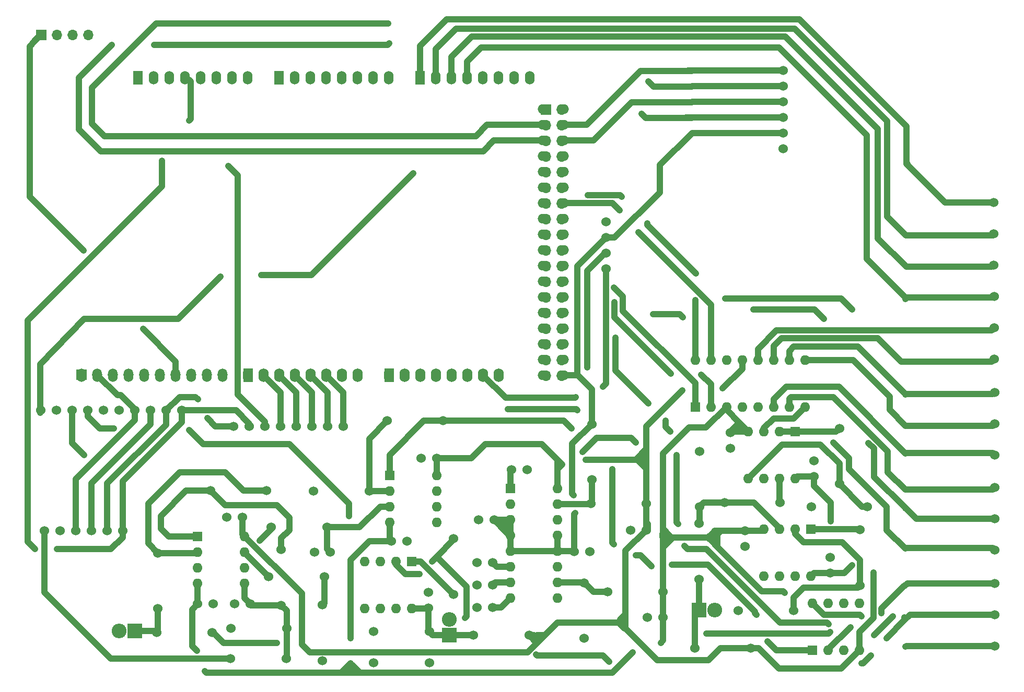
<source format=gbr>
G04 #@! TF.FileFunction,Copper,L2,Bot,Signal*
%FSLAX46Y46*%
G04 Gerber Fmt 4.6, Leading zero omitted, Abs format (unit mm)*
G04 Created by KiCad (PCBNEW 4.0.7) date 05/29/18 17:51:41*
%MOMM*%
%LPD*%
G01*
G04 APERTURE LIST*
%ADD10C,0.100000*%
%ADD11O,1.524000X2.199640*%
%ADD12O,1.524000X2.197100*%
%ADD13O,1.998980X1.539240*%
%ADD14O,1.998980X1.536700*%
%ADD15R,1.700000X1.700000*%
%ADD16O,1.700000X1.700000*%
%ADD17R,1.524000X2.199640*%
%ADD18C,1.524000*%
%ADD19R,2.400000X2.400000*%
%ADD20O,2.400000X2.400000*%
%ADD21R,1.600000X1.600000*%
%ADD22O,1.600000X1.600000*%
%ADD23C,0.600000*%
%ADD24C,1.000000*%
G04 APERTURE END LIST*
D10*
D11*
X71019200Y-61748800D03*
X73559200Y-61748800D03*
X76099200Y-61748800D03*
X78639200Y-61748800D03*
X81179200Y-61748800D03*
X83719200Y-61748800D03*
X86259200Y-61748800D03*
X88799200Y-61748800D03*
X93879200Y-61748800D03*
X96419200Y-61748800D03*
X98959200Y-61748800D03*
X101499200Y-61748800D03*
X104039200Y-61748800D03*
X106579200Y-61748800D03*
X109119200Y-61748800D03*
X111659200Y-61748800D03*
X116739200Y-61748800D03*
X119279200Y-61748800D03*
X121819200Y-61748800D03*
D12*
X124359200Y-61748800D03*
X126899200Y-61748800D03*
X129439200Y-61748800D03*
X131979200Y-61748800D03*
X134519200Y-61748800D03*
D13*
X136810280Y-66828800D03*
X136810280Y-69368800D03*
X136810280Y-71908800D03*
X136810280Y-74448800D03*
X136810280Y-76988800D03*
X136810280Y-79528800D03*
X136810280Y-82068800D03*
X136810280Y-84608800D03*
X136810280Y-87148800D03*
X136810280Y-89688800D03*
X136810280Y-92228800D03*
X136810280Y-94768800D03*
X136810280Y-97308800D03*
X136810280Y-99848800D03*
X136810280Y-102388800D03*
X136810280Y-104928800D03*
X136810280Y-107468800D03*
X136810280Y-110008800D03*
D14*
X139845580Y-66828800D03*
X139845580Y-69368800D03*
X139845580Y-71908800D03*
X139845580Y-74448800D03*
X139845580Y-76988800D03*
X139845580Y-79528800D03*
X139845580Y-82068800D03*
X139845580Y-84608800D03*
X139845580Y-87148800D03*
X139845580Y-89688800D03*
X139845580Y-92228800D03*
X139845580Y-94768800D03*
X139845580Y-97308800D03*
X139845580Y-99848800D03*
X139845580Y-102388800D03*
X139845580Y-104928800D03*
X139845580Y-107468800D03*
X139845580Y-110008800D03*
D12*
X129439200Y-110008800D03*
X126899200Y-110008800D03*
X124359200Y-110008800D03*
X121819200Y-110008800D03*
X119279200Y-110008800D03*
X116739200Y-110008800D03*
X114199200Y-110008800D03*
X111659200Y-110008800D03*
X106579200Y-110008800D03*
X104039200Y-110008800D03*
X101499200Y-110008800D03*
X98959200Y-110008800D03*
X96419200Y-110008800D03*
X93879200Y-110008800D03*
X91339200Y-110008800D03*
X88799200Y-110008800D03*
X84735200Y-110008800D03*
X82195200Y-110008800D03*
X79655200Y-110008800D03*
X77115200Y-110008800D03*
X74575200Y-110008800D03*
X72035200Y-110008800D03*
X69495200Y-110008800D03*
X66955200Y-110008800D03*
X64415200Y-110008800D03*
X61875200Y-110008800D03*
D15*
X61870000Y-109970000D03*
D16*
X64410000Y-109970000D03*
X66950000Y-109970000D03*
X69490000Y-109970000D03*
X72030000Y-109970000D03*
X74570000Y-109970000D03*
X77110000Y-109970000D03*
X79650000Y-109970000D03*
X82190000Y-109970000D03*
X84730000Y-109970000D03*
D17*
X88809200Y-109998800D03*
D11*
X91349200Y-109998800D03*
X93889200Y-109998800D03*
X96429200Y-109998800D03*
X98969200Y-109998800D03*
X101509200Y-109998800D03*
X104049200Y-109998800D03*
X106589200Y-109998800D03*
D17*
X111669200Y-110008800D03*
D11*
X114209200Y-110008800D03*
X116749200Y-110008800D03*
X119289200Y-110008800D03*
X121829200Y-110008800D03*
X124369200Y-110008800D03*
X126909200Y-110008800D03*
X129449200Y-110008800D03*
D15*
X137079200Y-66898800D03*
D16*
X139619200Y-66898800D03*
X137079200Y-69438800D03*
X139619200Y-69438800D03*
X137079200Y-71978800D03*
X139619200Y-71978800D03*
X137079200Y-74518800D03*
X139619200Y-74518800D03*
X137079200Y-77058800D03*
X139619200Y-77058800D03*
X137079200Y-79598800D03*
X139619200Y-79598800D03*
X137079200Y-82138800D03*
X139619200Y-82138800D03*
X137079200Y-84678800D03*
X139619200Y-84678800D03*
X137079200Y-87218800D03*
X139619200Y-87218800D03*
X137079200Y-89758800D03*
X139619200Y-89758800D03*
X137079200Y-92298800D03*
X139619200Y-92298800D03*
X137079200Y-94838800D03*
X139619200Y-94838800D03*
X137079200Y-97378800D03*
X139619200Y-97378800D03*
X137079200Y-99918800D03*
X139619200Y-99918800D03*
X137079200Y-102458800D03*
X139619200Y-102458800D03*
X137079200Y-104998800D03*
X139619200Y-104998800D03*
X137079200Y-107538800D03*
X139619200Y-107538800D03*
X137079200Y-110078800D03*
X139619200Y-110078800D03*
D17*
X93879200Y-61748800D03*
D11*
X96419200Y-61748800D03*
X98959200Y-61748800D03*
X101499200Y-61748800D03*
X104039200Y-61748800D03*
X106579200Y-61748800D03*
X109119200Y-61748800D03*
X111659200Y-61748800D03*
D17*
X116739200Y-61748800D03*
D11*
X119279200Y-61748800D03*
X121819200Y-61748800D03*
X124359200Y-61748800D03*
X126899200Y-61748800D03*
X129439200Y-61748800D03*
X131979200Y-61748800D03*
X134519200Y-61748800D03*
D17*
X71019200Y-61748800D03*
D11*
X73559200Y-61748800D03*
X76099200Y-61748800D03*
X78639200Y-61748800D03*
X81179200Y-61748800D03*
X83719200Y-61748800D03*
X86259200Y-61748800D03*
X88799200Y-61748800D03*
D18*
X146862800Y-85170100D03*
X146862800Y-87710100D03*
X146862800Y-90250100D03*
X146862800Y-92790100D03*
X175560000Y-60540000D03*
X175560000Y-63080000D03*
X175560000Y-65620000D03*
X175560000Y-68160000D03*
X175560000Y-70700000D03*
X175560000Y-73240000D03*
X86500000Y-118310000D03*
X89040000Y-118310000D03*
X91580000Y-118310000D03*
X94120000Y-118310000D03*
X96660000Y-118310000D03*
X99200000Y-118310000D03*
X101740000Y-118310000D03*
X104280000Y-118310000D03*
D19*
X161890000Y-148090000D03*
D20*
X164430000Y-148090000D03*
D19*
X70520000Y-151550000D03*
D20*
X67980000Y-151550000D03*
D19*
X121412000Y-152146000D03*
D20*
X121412000Y-149606000D03*
D18*
X209690000Y-81960000D03*
X209690000Y-87040000D03*
X209690000Y-92120000D03*
X209740000Y-97280000D03*
X209740000Y-102360000D03*
X209740000Y-107440000D03*
X209800000Y-112810000D03*
X209800000Y-117890000D03*
X209800000Y-122970000D03*
X209850000Y-128230000D03*
X209850000Y-133310000D03*
X209850000Y-138390000D03*
X161900000Y-134110000D03*
X161900000Y-143110000D03*
X162010000Y-122370000D03*
X162010000Y-131370000D03*
X177240000Y-148190000D03*
X168240000Y-148190000D03*
X187990000Y-135110000D03*
X187990000Y-144110000D03*
X83040000Y-151730000D03*
X74040000Y-151730000D03*
X74220000Y-138860000D03*
X74220000Y-147860000D03*
X82788000Y-128738000D03*
X91788000Y-128738000D03*
X95012000Y-155996000D03*
X86012000Y-155996000D03*
X86090000Y-151090000D03*
X95090000Y-151090000D03*
X94194000Y-147336000D03*
X94194000Y-138336000D03*
X100878000Y-147304000D03*
X100878000Y-156304000D03*
X92186000Y-142708000D03*
X101186000Y-142708000D03*
X101616000Y-134660000D03*
X92616000Y-134660000D03*
X108474000Y-128818000D03*
X99474000Y-128818000D03*
X120412000Y-117388000D03*
X111412000Y-117388000D03*
X134382000Y-152186000D03*
X125382000Y-152186000D03*
X109204000Y-151598000D03*
X118204000Y-151598000D03*
X109204000Y-156678000D03*
X118204000Y-156678000D03*
X122134000Y-145558000D03*
X122134000Y-136558000D03*
D21*
X161290000Y-115189000D03*
D22*
X179070000Y-107569000D03*
X163830000Y-115189000D03*
X176530000Y-107569000D03*
X166370000Y-115189000D03*
X173990000Y-107569000D03*
X168910000Y-115189000D03*
X171450000Y-107569000D03*
X171450000Y-115189000D03*
X168910000Y-107569000D03*
X173990000Y-115189000D03*
X166370000Y-107569000D03*
X176530000Y-115189000D03*
X163830000Y-107569000D03*
X179070000Y-115189000D03*
X161290000Y-107569000D03*
D18*
X55231540Y-115721640D03*
X57771540Y-115721640D03*
X60311540Y-115721640D03*
X62851540Y-115721640D03*
X65391540Y-115721640D03*
X67931540Y-115721640D03*
X70471540Y-115721640D03*
X73011540Y-115721640D03*
X75551540Y-115721640D03*
X78091540Y-115721640D03*
D21*
X131318000Y-128422400D03*
D22*
X138938000Y-146202400D03*
X131318000Y-130962400D03*
X138938000Y-143662400D03*
X131318000Y-133502400D03*
X138938000Y-141122400D03*
X131318000Y-136042400D03*
X138938000Y-138582400D03*
X131318000Y-138582400D03*
X138938000Y-136042400D03*
X131318000Y-141122400D03*
X138938000Y-133502400D03*
X131318000Y-143662400D03*
X138938000Y-130962400D03*
X131318000Y-146202400D03*
X138938000Y-128422400D03*
D18*
X131495800Y-125361700D03*
X134035800Y-125361700D03*
X128689100Y-133489700D03*
X126149100Y-133489700D03*
X128460500Y-140423900D03*
X125920500Y-140423900D03*
X128498600Y-144043400D03*
X125958600Y-144043400D03*
X128498600Y-147662900D03*
X125958600Y-147662900D03*
X167015160Y-121899680D03*
X167015160Y-119359680D03*
X180512720Y-123936760D03*
X180512720Y-126476760D03*
X141696440Y-138623040D03*
X144236440Y-138623040D03*
X156083000Y-149326600D03*
X153543000Y-149326600D03*
X153377900Y-135128000D03*
X150837900Y-135128000D03*
X183170000Y-139570000D03*
X183170000Y-142110000D03*
X169370000Y-137800000D03*
X169370000Y-135260000D03*
X83167540Y-147136000D03*
X80627540Y-147136000D03*
X85420520Y-133079640D03*
X87960520Y-133079640D03*
X86614000Y-147066000D03*
X89154000Y-147066000D03*
X99568000Y-138684000D03*
X102108000Y-138684000D03*
X116840000Y-123444000D03*
X119380000Y-123444000D03*
X114554000Y-136906000D03*
X112014000Y-136906000D03*
X118061740Y-145272760D03*
X118061740Y-147812760D03*
X153381200Y-130811900D03*
X144381200Y-130811900D03*
X147062700Y-145184500D03*
X156062700Y-145184500D03*
X144520280Y-117956840D03*
X144520280Y-126956840D03*
X143318860Y-143717520D03*
X143318860Y-152717520D03*
X184656100Y-127625600D03*
X184656100Y-118625600D03*
X189160000Y-131330000D03*
X180160000Y-131330000D03*
X161260000Y-154330000D03*
X170260000Y-154330000D03*
X166049200Y-130706500D03*
X175049200Y-130706500D03*
D21*
X177535840Y-119146320D03*
D22*
X169915840Y-126766320D03*
X174995840Y-119146320D03*
X172455840Y-126766320D03*
X172455840Y-119146320D03*
X174995840Y-126766320D03*
X169915840Y-119146320D03*
X177535840Y-126766320D03*
D21*
X180000000Y-135000000D03*
D22*
X172380000Y-142620000D03*
X177460000Y-135000000D03*
X174920000Y-142620000D03*
X174920000Y-135000000D03*
X177460000Y-142620000D03*
X172380000Y-135000000D03*
X180000000Y-142620000D03*
D21*
X80637700Y-136168280D03*
D22*
X88257700Y-143788280D03*
X80637700Y-138708280D03*
X88257700Y-141248280D03*
X80637700Y-141248280D03*
X88257700Y-138708280D03*
X80637700Y-143788280D03*
X88257700Y-136168280D03*
D21*
X111760000Y-126238000D03*
D22*
X119380000Y-133858000D03*
X111760000Y-128778000D03*
X119380000Y-131318000D03*
X111760000Y-131318000D03*
X119380000Y-128778000D03*
X111760000Y-133858000D03*
X119380000Y-126238000D03*
D21*
X115316000Y-140208000D03*
D22*
X107696000Y-147828000D03*
X112776000Y-140208000D03*
X110236000Y-147828000D03*
X110236000Y-140208000D03*
X112776000Y-147828000D03*
X107696000Y-140208000D03*
X115316000Y-147828000D03*
D18*
X55840000Y-135261100D03*
X58380000Y-135261100D03*
X60920000Y-135261100D03*
X63460000Y-135261100D03*
X66000000Y-135261100D03*
X68540000Y-135261100D03*
D21*
X180319680Y-154614880D03*
D22*
X187939680Y-146994880D03*
X182859680Y-154614880D03*
X185399680Y-146994880D03*
X185399680Y-154614880D03*
X182859680Y-146994880D03*
X187939680Y-154614880D03*
X180319680Y-146994880D03*
D18*
X209850000Y-143770000D03*
X209850000Y-148850000D03*
X209850000Y-153930000D03*
D15*
X55320000Y-54820000D03*
D16*
X57860000Y-54820000D03*
X60400000Y-54820000D03*
X62940000Y-54820000D03*
D23*
X85600000Y-76070000D03*
X79250000Y-68710000D03*
X74853800Y-75209400D03*
X54315360Y-138247120D03*
X57891680Y-138247120D03*
X183134000Y-151638000D03*
X163068000Y-151892000D03*
X141599920Y-129473960D03*
X141823440Y-132379720D03*
X153670000Y-62318900D03*
X111506000Y-52920900D03*
X66725800Y-56388000D03*
X73583800Y-56388000D03*
X111683800Y-56134000D03*
X152577800Y-67564000D03*
X149085300Y-83299300D03*
X152107900Y-86855300D03*
X143891000Y-80818798D03*
X149367240Y-81026000D03*
X153502360Y-85384640D03*
X161437320Y-93543120D03*
X161300195Y-97815365D03*
X148112802Y-95778320D03*
X148336000Y-103886000D03*
X153670000Y-114554000D03*
X156464000Y-117348000D03*
X157226000Y-119126000D03*
X158242000Y-122936000D03*
X158496000Y-134112000D03*
X159512000Y-137668000D03*
X182880000Y-150368000D03*
X130926840Y-115503960D03*
X142214600Y-115727480D03*
X146349720Y-111927640D03*
X143835120Y-108742480D03*
X141935200Y-113548160D03*
X190246000Y-152146000D03*
X193294000Y-149098000D03*
X80700000Y-113920000D03*
X82220000Y-116971642D03*
X175768000Y-145288000D03*
X105410000Y-156718000D03*
X105410000Y-152654000D03*
X81788000Y-157988000D03*
X80518000Y-154745998D03*
X151130000Y-154940000D03*
X155702000Y-153416000D03*
X143510000Y-123698000D03*
X139700000Y-124460000D03*
X97536000Y-153416000D03*
X93472000Y-153416000D03*
X183220000Y-133749998D03*
X186730000Y-140860000D03*
X190230000Y-142000000D03*
X165768020Y-112151160D03*
X159174180Y-112486440D03*
X189374815Y-121013185D03*
X186690000Y-99314000D03*
X166116000Y-97536000D03*
X159258000Y-100584000D03*
X154432000Y-100076000D03*
X84328000Y-93980000D03*
X90932000Y-93726000D03*
X115570000Y-77216000D03*
X170688000Y-99314000D03*
X182118000Y-100838000D03*
X183642000Y-120904000D03*
X188214000Y-149098000D03*
X191480002Y-148590000D03*
X192278000Y-152654000D03*
X189738000Y-155448000D03*
X188214000Y-156718000D03*
X147320000Y-156464000D03*
X135503885Y-155315885D03*
X123952000Y-149352000D03*
X116586000Y-142240000D03*
X118618000Y-140208000D03*
X186436000Y-150876000D03*
X151638000Y-120904000D03*
X143002000Y-122428000D03*
X62230000Y-122936000D03*
X90720595Y-136863405D03*
X141224000Y-118618000D03*
X147828000Y-125222000D03*
X148082000Y-137414000D03*
X151638000Y-139192000D03*
X154178000Y-140970000D03*
X157480000Y-140716000D03*
X171196000Y-148844000D03*
X172974000Y-153162000D03*
X105156000Y-132842000D03*
X79248000Y-118872000D03*
X67056000Y-118618000D03*
X71820000Y-102530000D03*
X62210000Y-89790000D03*
X148220000Y-98290000D03*
X162275520Y-109915960D03*
X157358080Y-109804200D03*
D24*
X78639200Y-61748800D02*
X78888800Y-61748800D01*
X78888800Y-61748800D02*
X79500000Y-62360000D01*
X91580000Y-118310000D02*
X91580000Y-117600000D01*
X91580000Y-117600000D02*
X87120000Y-113140000D01*
X87120000Y-113140000D02*
X87120000Y-77590000D01*
X87120000Y-77590000D02*
X85600000Y-76070000D01*
X79250000Y-68710000D02*
X79500000Y-68460000D01*
X79500000Y-68460000D02*
X79500000Y-62360000D01*
X175560000Y-70700000D02*
X160812760Y-70700000D01*
X155569920Y-80355440D02*
X155569920Y-75942840D01*
X148215260Y-87710100D02*
X155569920Y-80355440D01*
X148215260Y-87710100D02*
X146862800Y-87710100D01*
X155569920Y-75942840D02*
X160696280Y-70816480D01*
X160812760Y-70700000D02*
X160696280Y-70816480D01*
X68540000Y-135261100D02*
X68540000Y-136316080D01*
X74853800Y-79364840D02*
X74853800Y-75209400D01*
X53086000Y-101132640D02*
X74853800Y-79364840D01*
X53086000Y-137017760D02*
X53086000Y-101132640D01*
X54315360Y-138247120D02*
X53086000Y-137017760D01*
X66608960Y-138247120D02*
X57891680Y-138247120D01*
X68540000Y-136316080D02*
X66608960Y-138247120D01*
X118061740Y-147812760D02*
X118061740Y-151455740D01*
X118061740Y-151455740D02*
X118204000Y-151598000D01*
X115316000Y-147828000D02*
X118046500Y-147828000D01*
X118046500Y-147828000D02*
X118061740Y-147812760D01*
X183134000Y-151638000D02*
X182880000Y-151892000D01*
X182880000Y-151892000D02*
X163068000Y-151892000D01*
X138938000Y-138582400D02*
X131318000Y-138582400D01*
X68540000Y-135261100D02*
X68540000Y-127210000D01*
X78091540Y-117658460D02*
X78091540Y-115721640D01*
X68540000Y-127210000D02*
X78091540Y-117658460D01*
X89040000Y-118310000D02*
X89040000Y-117870000D01*
X89040000Y-117870000D02*
X86891640Y-115721640D01*
X86891640Y-115721640D02*
X78091540Y-115721640D01*
X139599200Y-110008800D02*
X141860400Y-110008800D01*
X142214600Y-92358300D02*
X146862800Y-87710100D01*
X142214600Y-109654600D02*
X142214600Y-92358300D01*
X141860400Y-110008800D02*
X142214600Y-109654600D01*
X144520280Y-117956840D02*
X144520280Y-112277520D01*
X142251560Y-110008800D02*
X139599200Y-110008800D01*
X144520280Y-112277520D02*
X142251560Y-110008800D01*
X141696440Y-138623040D02*
X141696440Y-132506720D01*
X141376400Y-121100720D02*
X144520280Y-117956840D01*
X141376400Y-129250440D02*
X141376400Y-121100720D01*
X141599920Y-129473960D02*
X141376400Y-129250440D01*
X141696440Y-132506720D02*
X141823440Y-132379720D01*
X138938000Y-138582400D02*
X138938000Y-136042400D01*
X138938000Y-138582400D02*
X141655800Y-138582400D01*
X141655800Y-138582400D02*
X141696440Y-138623040D01*
X131318000Y-136042400D02*
X131318000Y-138582400D01*
X130705860Y-135506460D02*
X130705860Y-134393940D01*
X130705860Y-134393940D02*
X129801620Y-133489700D01*
X131318000Y-136042400D02*
X131241800Y-136042400D01*
X131241800Y-136042400D02*
X130705860Y-135506460D01*
X130705860Y-135506460D02*
X128689100Y-133489700D01*
X131318000Y-136042400D02*
X131318000Y-133502400D01*
X128689100Y-133489700D02*
X129801620Y-133489700D01*
X129801620Y-133489700D02*
X131305300Y-133489700D01*
X131305300Y-133489700D02*
X131318000Y-133502400D01*
X121412000Y-152146000D02*
X118752000Y-152146000D01*
X118752000Y-152146000D02*
X118204000Y-151598000D01*
X125382000Y-152186000D02*
X121452000Y-152186000D01*
X121452000Y-152186000D02*
X121412000Y-152146000D01*
X209690000Y-81960000D02*
X201760000Y-81960000D01*
X195520000Y-75380000D02*
X195491600Y-75380000D01*
X195520000Y-75720000D02*
X195520000Y-75380000D01*
X201760000Y-81960000D02*
X195520000Y-75720000D01*
X116739200Y-61748800D02*
X116739200Y-56577700D01*
X195491600Y-69596500D02*
X195491600Y-75380000D01*
X195491600Y-75380000D02*
X195880000Y-76080000D01*
X178181000Y-52285900D02*
X195491600Y-69596500D01*
X121031000Y-52285900D02*
X178181000Y-52285900D01*
X116739200Y-56577700D02*
X121031000Y-52285900D01*
X195467450Y-87332550D02*
X209397450Y-87332550D01*
X209397450Y-87332550D02*
X209690000Y-87040000D01*
X119279200Y-57085700D02*
X122555000Y-53809900D01*
X122555000Y-53809900D02*
X177419000Y-53809900D01*
X177419000Y-53809900D02*
X192405000Y-68795900D01*
X192405000Y-68795900D02*
X192405000Y-84270100D01*
X192405000Y-84270100D02*
X195467450Y-87332550D01*
X195467450Y-87332550D02*
X195491600Y-87356700D01*
X119279200Y-57085700D02*
X119279200Y-61748800D01*
X209373300Y-92436700D02*
X195491600Y-92436700D01*
X121819200Y-58355700D02*
X125095000Y-55079900D01*
X125095000Y-55079900D02*
X175895000Y-55079900D01*
X175895000Y-55079900D02*
X190881000Y-70065900D01*
X190881000Y-70065900D02*
X190881000Y-87826100D01*
X190881000Y-87826100D02*
X195491600Y-92436700D01*
X121819200Y-58355700D02*
X121819200Y-61748800D01*
X209373300Y-92436700D02*
X209690000Y-92120000D01*
X195379840Y-97424740D02*
X209595260Y-97424740D01*
X209595260Y-97424740D02*
X209740000Y-97280000D01*
X124359200Y-61748800D02*
X124359200Y-59117700D01*
X189103000Y-91147900D02*
X195379840Y-97424740D01*
X189103000Y-71081900D02*
X189103000Y-91147900D01*
X174879000Y-56857900D02*
X189103000Y-71081900D01*
X126619000Y-56857900D02*
X174879000Y-56857900D01*
X124359200Y-59117700D02*
X126619000Y-56857900D01*
X195379840Y-97424740D02*
X195379840Y-97666560D01*
X175560000Y-63080000D02*
X160812760Y-63080000D01*
X154547580Y-63196480D02*
X153670000Y-62318900D01*
X111506000Y-52920900D02*
X73914000Y-52920900D01*
X73914000Y-52920900D02*
X63500000Y-63334900D01*
X63500000Y-63334900D02*
X63500000Y-69176900D01*
X63500000Y-69176900D02*
X65532000Y-71208900D01*
X65532000Y-71208900D02*
X125730000Y-71208900D01*
X125730000Y-71208900D02*
X127570100Y-69368800D01*
X127570100Y-69368800D02*
X137059200Y-69368800D01*
X160696280Y-63196480D02*
X154547580Y-63196480D01*
X160812760Y-63080000D02*
X160696280Y-63196480D01*
X175560000Y-68160000D02*
X159812960Y-68160000D01*
X159812960Y-68160000D02*
X159696480Y-68276480D01*
X160696280Y-68276480D02*
X159696480Y-68276480D01*
X159696480Y-68276480D02*
X153290280Y-68276480D01*
X128675000Y-71908800D02*
X137059200Y-71908800D01*
X126923800Y-73660000D02*
X128675000Y-71908800D01*
X64947800Y-73660000D02*
X126923800Y-73660000D01*
X61391800Y-70104000D02*
X64947800Y-73660000D01*
X61391800Y-61722000D02*
X61391800Y-70104000D01*
X66725800Y-56388000D02*
X61391800Y-61722000D01*
X111429800Y-56388000D02*
X73583800Y-56388000D01*
X111683800Y-56134000D02*
X111429800Y-56388000D01*
X153290280Y-68276480D02*
X152577800Y-67564000D01*
X175560000Y-60540000D02*
X160130000Y-60540000D01*
X160130000Y-60540000D02*
X160013520Y-60656480D01*
X160696280Y-60656480D02*
X160013520Y-60656480D01*
X160013520Y-60656480D02*
X152436820Y-60656480D01*
X143724500Y-69368800D02*
X139599200Y-69368800D01*
X152436820Y-60656480D02*
X143724500Y-69368800D01*
X139659200Y-69428800D02*
X139599200Y-69368800D01*
X139899200Y-69668800D02*
X139599200Y-69368800D01*
X175560000Y-65620000D02*
X160812760Y-65620000D01*
X151022040Y-65736480D02*
X144849720Y-71908800D01*
X144849720Y-71908800D02*
X139599200Y-71908800D01*
X160696280Y-65736480D02*
X151022040Y-65736480D01*
X160812760Y-65620000D02*
X160696280Y-65736480D01*
X139619200Y-71978800D02*
X139599200Y-71908800D01*
X163830000Y-107569000D02*
X163830000Y-98577400D01*
X147854800Y-82068800D02*
X139599200Y-82068800D01*
X149085300Y-83299300D02*
X147854800Y-82068800D01*
X163830000Y-98577400D02*
X152107900Y-86855300D01*
X161290000Y-107569000D02*
X161290000Y-97825560D01*
X149160038Y-80818798D02*
X143891000Y-80818798D01*
X149367240Y-81026000D02*
X149160038Y-80818798D01*
X153502360Y-85608160D02*
X153502360Y-85384640D01*
X161437320Y-93543120D02*
X153502360Y-85608160D01*
X161290000Y-97825560D02*
X161300195Y-97815365D01*
X161290000Y-115189000D02*
X161290000Y-111333280D01*
X149534880Y-97200398D02*
X148112802Y-95778320D01*
X149534880Y-99578160D02*
X149534880Y-97200398D01*
X161290000Y-111333280D02*
X149534880Y-99578160D01*
X148336000Y-109220000D02*
X148336000Y-103886000D01*
X153670000Y-114554000D02*
X148336000Y-109220000D01*
X156464000Y-118364000D02*
X156464000Y-117348000D01*
X157226000Y-119126000D02*
X156464000Y-118364000D01*
X158242000Y-133858000D02*
X158242000Y-122936000D01*
X158496000Y-134112000D02*
X158242000Y-133858000D01*
X160020000Y-138176000D02*
X159512000Y-137668000D01*
X163068000Y-138176000D02*
X160020000Y-138176000D01*
X175006000Y-150114000D02*
X163068000Y-138176000D01*
X182626000Y-150114000D02*
X175006000Y-150114000D01*
X182880000Y-150368000D02*
X182626000Y-150114000D01*
X63460000Y-135261100D02*
X63460000Y-127540000D01*
X73011540Y-117988460D02*
X73011540Y-115721640D01*
X63460000Y-127540000D02*
X73011540Y-117988460D01*
X146862800Y-92790100D02*
X146862800Y-111414560D01*
X141991080Y-115503960D02*
X130926840Y-115503960D01*
X142214600Y-115727480D02*
X141991080Y-115503960D01*
X146862800Y-111414560D02*
X146349720Y-111927640D01*
X60920000Y-135261100D02*
X60920000Y-126840000D01*
X70471540Y-117288460D02*
X70471540Y-115721640D01*
X60920000Y-126840000D02*
X70471540Y-117288460D01*
X70471540Y-115721640D02*
X70471540Y-115511540D01*
X70471540Y-115511540D02*
X68230000Y-113270000D01*
X68230000Y-113270000D02*
X67676400Y-113270000D01*
X67676400Y-113270000D02*
X64415200Y-110008800D01*
X146862800Y-90250100D02*
X146681100Y-90250100D01*
X146681100Y-90250100D02*
X143835120Y-93096080D01*
X143835120Y-93096080D02*
X143835120Y-108742480D01*
X141935200Y-113548160D02*
X141823440Y-113659920D01*
X141823440Y-113659920D02*
X130550320Y-113659920D01*
X130550320Y-113659920D02*
X126899200Y-110008800D01*
X101740000Y-118310000D02*
X101740000Y-112789600D01*
X101740000Y-112789600D02*
X98959200Y-110008800D01*
X99200000Y-118310000D02*
X99200000Y-112789600D01*
X99200000Y-112789600D02*
X96419200Y-110008800D01*
X96660000Y-118310000D02*
X96660000Y-112789600D01*
X96660000Y-112789600D02*
X93879200Y-110008800D01*
X94120000Y-118310000D02*
X94120000Y-112789600D01*
X94120000Y-112789600D02*
X91339200Y-110008800D01*
X190246000Y-152146000D02*
X193294000Y-149098000D01*
X86500000Y-118310000D02*
X83558358Y-118310000D01*
X77733180Y-113540000D02*
X75551540Y-115721640D01*
X80320000Y-113540000D02*
X77733180Y-113540000D01*
X80700000Y-113920000D02*
X80320000Y-113540000D01*
X83558358Y-118310000D02*
X82220000Y-116971642D01*
X75551540Y-115721640D02*
X75551540Y-118028460D01*
X66000000Y-127580000D02*
X66000000Y-135261100D01*
X75551540Y-118028460D02*
X66000000Y-127580000D01*
X131318000Y-128422400D02*
X131318000Y-125539500D01*
X131318000Y-125539500D02*
X131495800Y-125361700D01*
X131318000Y-141122400D02*
X129159000Y-141122400D01*
X129159000Y-141122400D02*
X128460500Y-140423900D01*
X131318000Y-143662400D02*
X128879600Y-143662400D01*
X128879600Y-143662400D02*
X128498600Y-144043400D01*
X128498600Y-147662900D02*
X129857500Y-147662900D01*
X129857500Y-147662900D02*
X131318000Y-146202400D01*
X164904000Y-137864000D02*
X164904000Y-135832000D01*
X164465000Y-136271000D02*
X164465000Y-137425000D01*
X164592000Y-136906000D02*
X164094000Y-136906000D01*
X164592000Y-137298000D02*
X164592000Y-136906000D01*
X164465000Y-137425000D02*
X164592000Y-137298000D01*
X165608000Y-135260000D02*
X165476000Y-135260000D01*
X165476000Y-135260000D02*
X164904000Y-135832000D01*
X164904000Y-135832000D02*
X164465000Y-136271000D01*
X164465000Y-136271000D02*
X164094000Y-136642000D01*
X164094000Y-135646000D02*
X164094000Y-136642000D01*
X164094000Y-136642000D02*
X164094000Y-136906000D01*
X164094000Y-136906000D02*
X164094000Y-137054000D01*
X164094000Y-137054000D02*
X164084000Y-137044000D01*
X164084000Y-137044000D02*
X164084000Y-136906000D01*
X164084000Y-136906000D02*
X164084000Y-137044000D01*
X172074000Y-145034000D02*
X164904000Y-137864000D01*
X164904000Y-137864000D02*
X164084000Y-137044000D01*
X175514000Y-145034000D02*
X172074000Y-145034000D01*
X175768000Y-145288000D02*
X175514000Y-145034000D01*
X164084000Y-137044000D02*
X163390000Y-136350000D01*
X105664000Y-156972000D02*
X105664000Y-157988000D01*
X105664000Y-157988000D02*
X105410000Y-158242000D01*
X105156000Y-156972000D02*
X105664000Y-156972000D01*
X105664000Y-156972000D02*
X106934000Y-158242000D01*
X112014000Y-136906000D02*
X108458000Y-136906000D01*
X105410000Y-156718000D02*
X105156000Y-156972000D01*
X105156000Y-156972000D02*
X103886000Y-158242000D01*
X105410000Y-139954000D02*
X105410000Y-152654000D01*
X108458000Y-136906000D02*
X105410000Y-139954000D01*
X111760000Y-133858000D02*
X111760000Y-136652000D01*
X111760000Y-136652000D02*
X112014000Y-136906000D01*
X80637700Y-143788280D02*
X80637700Y-147125840D01*
X80637700Y-147125840D02*
X79756000Y-148007540D01*
X82042000Y-158242000D02*
X103886000Y-158242000D01*
X81788000Y-157988000D02*
X82042000Y-158242000D01*
X79756000Y-153983998D02*
X80518000Y-154745998D01*
X79756000Y-148007540D02*
X79756000Y-153983998D01*
X103886000Y-158242000D02*
X105410000Y-158242000D01*
X105410000Y-158242000D02*
X106934000Y-158242000D01*
X106934000Y-158242000D02*
X147828000Y-158242000D01*
X147828000Y-158242000D02*
X151130000Y-154940000D01*
X155702000Y-153416000D02*
X156083000Y-153035000D01*
X156083000Y-153035000D02*
X156083000Y-149326600D01*
X156062700Y-137977300D02*
X157690000Y-136350000D01*
X157690000Y-136350000D02*
X157190000Y-136350000D01*
X156062700Y-134280000D02*
X156062700Y-134932700D01*
X156062700Y-134932700D02*
X157190000Y-136060000D01*
X157190000Y-136060000D02*
X157190000Y-136350000D01*
X169370000Y-135260000D02*
X165608000Y-135260000D01*
X165608000Y-135260000D02*
X164480000Y-135260000D01*
X156020000Y-135790000D02*
X156062700Y-135747300D01*
X156020000Y-136307300D02*
X156020000Y-135790000D01*
X156062700Y-136350000D02*
X156020000Y-136307300D01*
X163390000Y-136350000D02*
X156062700Y-136350000D01*
X164480000Y-135260000D02*
X164094000Y-135646000D01*
X164094000Y-135646000D02*
X163390000Y-136350000D01*
X169370000Y-135260000D02*
X172120000Y-135260000D01*
X172120000Y-135260000D02*
X172380000Y-135000000D01*
X167015160Y-119359680D02*
X167015160Y-119174260D01*
X167015160Y-119174260D02*
X168479470Y-117709950D01*
X167015160Y-119174260D02*
X167723820Y-118465600D01*
X167723820Y-118465600D02*
X169235120Y-118465600D01*
X166370000Y-115189000D02*
X166370000Y-115600480D01*
X166370000Y-115600480D02*
X168479470Y-117709950D01*
X168479470Y-117709950D02*
X169235120Y-118465600D01*
X169235120Y-118465600D02*
X169915840Y-119146320D01*
X169915840Y-119146320D02*
X167228520Y-119146320D01*
X167228520Y-119146320D02*
X167015160Y-119359680D01*
X156062700Y-145184500D02*
X156062700Y-137977300D01*
X156062700Y-137977300D02*
X156062700Y-135747300D01*
X156062700Y-135747300D02*
X156062700Y-134280000D01*
X156062700Y-134280000D02*
X156062700Y-122727700D01*
X156062700Y-122727700D02*
X160286700Y-118503700D01*
X160286700Y-118503700D02*
X163055300Y-118503700D01*
X163055300Y-118503700D02*
X166370000Y-115189000D01*
X156062700Y-145184500D02*
X156062700Y-149306300D01*
X156062700Y-149306300D02*
X156083000Y-149326600D01*
X134382000Y-152186000D02*
X135168000Y-152186000D01*
X135636000Y-152654000D02*
X135636000Y-152186000D01*
X135168000Y-152186000D02*
X135636000Y-152654000D01*
X135636000Y-152186000D02*
X136866000Y-152186000D01*
X135612000Y-153416000D02*
X134382000Y-152186000D01*
X135636000Y-153416000D02*
X135612000Y-153416000D01*
X136866000Y-152186000D02*
X135636000Y-153416000D01*
X138938000Y-123698000D02*
X139700000Y-124460000D01*
X119380000Y-123444000D02*
X124968000Y-123444000D01*
X138938000Y-123698000D02*
X138938000Y-125222000D01*
X136398000Y-121158000D02*
X138938000Y-123698000D01*
X127254000Y-121158000D02*
X136398000Y-121158000D01*
X124968000Y-123444000D02*
X127254000Y-121158000D01*
X119380000Y-126238000D02*
X119380000Y-123444000D01*
X151638000Y-123698000D02*
X153381200Y-121954800D01*
X151130000Y-123698000D02*
X151638000Y-123698000D01*
X151638000Y-123698000D02*
X151892000Y-123698000D01*
X151892000Y-123698000D02*
X153381200Y-125187200D01*
X138938000Y-128422400D02*
X138938000Y-125222000D01*
X153162000Y-123444000D02*
X153381200Y-123444000D01*
X153162000Y-123478800D02*
X153162000Y-123444000D01*
X153381200Y-123698000D02*
X153162000Y-123478800D01*
X143510000Y-123698000D02*
X151130000Y-123698000D01*
X138938000Y-125222000D02*
X139700000Y-124460000D01*
X151130000Y-123698000D02*
X153381200Y-123698000D01*
X97536000Y-153416000D02*
X97536000Y-153670000D01*
X138938000Y-150114000D02*
X150000000Y-150114000D01*
X134112000Y-154940000D02*
X138938000Y-150114000D01*
X98806000Y-154940000D02*
X134112000Y-154940000D01*
X97536000Y-153670000D02*
X98806000Y-154940000D01*
X87960520Y-133079640D02*
X87960520Y-135871100D01*
X87960520Y-135871100D02*
X97536000Y-145446580D01*
X97536000Y-145446580D02*
X97536000Y-153416000D01*
X149860000Y-148844000D02*
X149860000Y-149098000D01*
X149860000Y-149098000D02*
X148844000Y-150114000D01*
X149098000Y-150114000D02*
X149098000Y-149606000D01*
X149098000Y-149606000D02*
X149860000Y-148844000D01*
X149860000Y-148844000D02*
X150000000Y-148704000D01*
X150000000Y-151070000D02*
X149800000Y-151070000D01*
X149800000Y-151070000D02*
X148844000Y-150114000D01*
X149098000Y-150368000D02*
X149098000Y-150114000D01*
X148844000Y-150114000D02*
X149098000Y-150368000D01*
X83040000Y-151730000D02*
X83150000Y-151730000D01*
X83150000Y-151730000D02*
X84836000Y-153416000D01*
X84836000Y-153416000D02*
X93472000Y-153416000D01*
X149098000Y-150114000D02*
X150000000Y-150114000D01*
X180512720Y-126476760D02*
X180512720Y-127972720D01*
X183220000Y-130680000D02*
X183220000Y-133749998D01*
X180512720Y-127972720D02*
X183220000Y-130680000D01*
X187939680Y-154614880D02*
X187939680Y-151690320D01*
X185480000Y-142110000D02*
X183170000Y-142110000D01*
X186730000Y-140860000D02*
X185480000Y-142110000D01*
X190230000Y-149400000D02*
X190230000Y-142000000D01*
X187939680Y-151690320D02*
X190230000Y-149400000D01*
X183170000Y-142110000D02*
X180510000Y-142110000D01*
X180510000Y-142110000D02*
X180000000Y-142620000D01*
X170260000Y-154330000D02*
X171590000Y-154330000D01*
X184934560Y-157620000D02*
X187939680Y-154614880D01*
X174880000Y-157620000D02*
X184934560Y-157620000D01*
X171590000Y-154330000D02*
X174880000Y-157620000D01*
X170260000Y-154330000D02*
X165400000Y-154330000D01*
X150000000Y-138505900D02*
X153377900Y-135128000D01*
X150000000Y-148704000D02*
X150000000Y-138505900D01*
X150000000Y-151070000D02*
X150000000Y-150114000D01*
X150000000Y-150114000D02*
X150000000Y-148704000D01*
X155180000Y-156250000D02*
X150000000Y-151070000D01*
X163480000Y-156250000D02*
X155180000Y-156250000D01*
X165400000Y-154330000D02*
X163480000Y-156250000D01*
X180512720Y-126476760D02*
X177825400Y-126476760D01*
X177825400Y-126476760D02*
X177535840Y-126766320D01*
X168910000Y-107569000D02*
X168910000Y-109009180D01*
X168910000Y-109009180D02*
X165768020Y-112151160D01*
X159174180Y-112486440D02*
X153381200Y-118279420D01*
X153381200Y-118279420D02*
X153381200Y-121954800D01*
X153381200Y-121954800D02*
X153381200Y-123444000D01*
X153381200Y-123444000D02*
X153381200Y-125187200D01*
X153381200Y-125187200D02*
X153381200Y-130811900D01*
X153381200Y-130811900D02*
X153381200Y-135156700D01*
X153381200Y-135156700D02*
X153619200Y-134918700D01*
X153619200Y-134918700D02*
X153619200Y-134150100D01*
X95090000Y-151090000D02*
X95090000Y-155918000D01*
X95090000Y-155918000D02*
X95012000Y-155996000D01*
X95090000Y-151090000D02*
X95090000Y-148232000D01*
X95090000Y-148232000D02*
X94194000Y-147336000D01*
X88257700Y-143788280D02*
X88257700Y-146169700D01*
X88257700Y-146169700D02*
X89424000Y-147336000D01*
X89424000Y-147336000D02*
X94194000Y-147336000D01*
X101616000Y-134660000D02*
X106894000Y-134660000D01*
X110236000Y-131318000D02*
X111760000Y-131318000D01*
X106894000Y-134660000D02*
X110236000Y-131318000D01*
X101616000Y-134660000D02*
X101616000Y-138192000D01*
X101616000Y-138192000D02*
X102108000Y-138684000D01*
X144520280Y-126956840D02*
X144520280Y-130672820D01*
X144520280Y-130672820D02*
X144381200Y-130811900D01*
X138938000Y-130962400D02*
X144230700Y-130962400D01*
X144230700Y-130962400D02*
X144381200Y-130811900D01*
X138938000Y-143662400D02*
X143263740Y-143662400D01*
X143263740Y-143662400D02*
X144785840Y-145184500D01*
X144785840Y-145184500D02*
X147062700Y-145184500D01*
X161900000Y-143110000D02*
X161900000Y-148080000D01*
X161900000Y-148080000D02*
X161260000Y-148720000D01*
X161260000Y-148720000D02*
X161260000Y-154330000D01*
X70520000Y-151550000D02*
X73860000Y-151550000D01*
X73860000Y-151550000D02*
X74220000Y-151190000D01*
X74220000Y-151190000D02*
X74220000Y-147860000D01*
X209353440Y-102746560D02*
X195379840Y-102746560D01*
X171450000Y-105765600D02*
X174469040Y-102746560D01*
X174469040Y-102746560D02*
X195379840Y-102746560D01*
X171450000Y-105765600D02*
X171450000Y-107569000D01*
X209353440Y-102746560D02*
X209740000Y-102360000D01*
X209353440Y-107826560D02*
X195379840Y-107826560D01*
X194710998Y-107826560D02*
X195379840Y-107826560D01*
X173990000Y-105283000D02*
X175276438Y-103996562D01*
X175276438Y-103996562D02*
X190881000Y-103996562D01*
X190881000Y-103996562D02*
X194710998Y-107826560D01*
X173990000Y-105283000D02*
X173990000Y-107569000D01*
X209353440Y-107826560D02*
X209740000Y-107440000D01*
X195368850Y-113091150D02*
X209518850Y-113091150D01*
X209518850Y-113091150D02*
X209800000Y-112810000D01*
X176530000Y-107569000D02*
X176530000Y-106095800D01*
X187662300Y-105384600D02*
X195368850Y-113091150D01*
X195368850Y-113091150D02*
X195402700Y-113125000D01*
X177241200Y-105384600D02*
X187662300Y-105384600D01*
X176530000Y-106095800D02*
X177241200Y-105384600D01*
X209485000Y-118205000D02*
X195402700Y-118205000D01*
X186893200Y-107569000D02*
X192824100Y-113499900D01*
X192824100Y-113499900D02*
X192824100Y-115626400D01*
X192824100Y-115626400D02*
X195402700Y-118205000D01*
X186893200Y-107569000D02*
X179070000Y-107569000D01*
X209485000Y-118205000D02*
X209800000Y-117890000D01*
X209490060Y-122660060D02*
X195359940Y-122660060D01*
X195402700Y-122702820D02*
X195359940Y-122660060D01*
X173990000Y-113959640D02*
X176049940Y-111899700D01*
X176049940Y-111899700D02*
X184599580Y-111899700D01*
X184599580Y-111899700D02*
X195402700Y-122702820D01*
X173990000Y-113959640D02*
X173990000Y-115189000D01*
X209490060Y-122660060D02*
X209800000Y-122970000D01*
X209511800Y-128568200D02*
X195323960Y-128568200D01*
X176530000Y-113815182D02*
X176797022Y-113548160D01*
X176797022Y-113548160D02*
X183677560Y-113548160D01*
X183677560Y-113548160D02*
X192506600Y-122377200D01*
X192506600Y-122377200D02*
X192506600Y-125750840D01*
X192506600Y-125750840D02*
X195323960Y-128568200D01*
X176530000Y-113815182D02*
X176530000Y-115189000D01*
X209511800Y-128568200D02*
X209850000Y-128230000D01*
X195323960Y-131600000D02*
X195420000Y-131600000D01*
X195323960Y-131569960D02*
X190246000Y-126492000D01*
X190246000Y-126492000D02*
X190246000Y-121884370D01*
X190246000Y-121884370D02*
X189374815Y-121013185D01*
X186690000Y-99314000D02*
X184912000Y-97536000D01*
X184912000Y-97536000D02*
X166116000Y-97536000D01*
X159258000Y-100584000D02*
X158750000Y-100076000D01*
X158750000Y-100076000D02*
X154432000Y-100076000D01*
X195323960Y-131600000D02*
X195323960Y-131569960D01*
X197130000Y-133310000D02*
X209850000Y-133310000D01*
X195420000Y-131600000D02*
X197130000Y-133310000D01*
X209500000Y-138040000D02*
X195340000Y-138040000D01*
X55118000Y-108204000D02*
X55118000Y-116078000D01*
X62230000Y-100838000D02*
X55118000Y-108204000D01*
X77470000Y-100838000D02*
X62230000Y-100838000D01*
X84328000Y-93980000D02*
X77470000Y-100838000D01*
X99060000Y-93726000D02*
X90932000Y-93726000D01*
X115570000Y-77216000D02*
X99060000Y-93726000D01*
X180594000Y-99314000D02*
X170688000Y-99314000D01*
X182118000Y-100838000D02*
X180594000Y-99314000D01*
X186182000Y-123444000D02*
X183642000Y-120904000D01*
X186182000Y-125222000D02*
X186182000Y-123444000D01*
X192278000Y-131318000D02*
X186182000Y-125222000D01*
X192278000Y-135128000D02*
X192278000Y-131318000D01*
X195323960Y-138173960D02*
X192278000Y-135128000D01*
X195340000Y-138040000D02*
X195323960Y-138173960D01*
X209500000Y-138040000D02*
X209850000Y-138390000D01*
X209850000Y-143770000D02*
X195694900Y-143770000D01*
X182168800Y-148844000D02*
X180319680Y-146994880D01*
X187960000Y-148844000D02*
X182168800Y-148844000D01*
X188214000Y-149098000D02*
X187960000Y-148844000D01*
X191480002Y-147863998D02*
X191480002Y-148590000D01*
X195104000Y-144240000D02*
X191480002Y-147863998D01*
X195224900Y-144240000D02*
X195104000Y-144240000D01*
X195694900Y-143770000D02*
X195224900Y-144240000D01*
X209850000Y-148850000D02*
X196082000Y-148850000D01*
X196082000Y-148850000D02*
X195224900Y-149707100D01*
X195224900Y-149320000D02*
X195224900Y-149707100D01*
X195224900Y-149707100D02*
X192278000Y-152654000D01*
X189738000Y-155448000D02*
X188468000Y-156718000D01*
X188468000Y-156718000D02*
X188214000Y-156718000D01*
X147320000Y-156464000D02*
X146304000Y-155448000D01*
X146304000Y-155448000D02*
X135636000Y-155448000D01*
X135636000Y-155448000D02*
X135503885Y-155315885D01*
X123952000Y-149352000D02*
X124206000Y-149098000D01*
X124206000Y-149098000D02*
X124206000Y-144272000D01*
X124206000Y-144272000D02*
X119380000Y-139446000D01*
X112776000Y-140208000D02*
X112776000Y-140716000D01*
X112776000Y-140716000D02*
X114300000Y-142240000D01*
X114300000Y-142240000D02*
X116586000Y-142240000D01*
X118618000Y-140208000D02*
X119380000Y-139446000D01*
X119380000Y-139446000D02*
X122134000Y-136692000D01*
X122134000Y-136692000D02*
X122134000Y-136558000D01*
X209850000Y-153930000D02*
X195490000Y-153930000D01*
X195490000Y-153930000D02*
X195360000Y-154060000D01*
X186436000Y-150876000D02*
X182859680Y-154452320D01*
X182859680Y-154452320D02*
X182859680Y-154614880D01*
X182859680Y-154614880D02*
X182859680Y-154452320D01*
X189160000Y-131330000D02*
X188360500Y-131330000D01*
X188360500Y-131330000D02*
X184656100Y-127625600D01*
X184656100Y-127625600D02*
X184656100Y-124343800D01*
X175409860Y-121272300D02*
X169915840Y-126766320D01*
X181584600Y-121272300D02*
X175409860Y-121272300D01*
X184656100Y-124343800D02*
X181584600Y-121272300D01*
X177535840Y-119146320D02*
X184135380Y-119146320D01*
X184135380Y-119146320D02*
X184656100Y-118625600D01*
X177535840Y-119146320D02*
X174995840Y-119146320D01*
X166049200Y-130706500D02*
X170776500Y-130706500D01*
X170776500Y-130706500D02*
X174920000Y-134850000D01*
X174920000Y-134850000D02*
X174920000Y-135000000D01*
X162010000Y-131370000D02*
X162010000Y-134000000D01*
X162010000Y-134000000D02*
X161900000Y-134110000D01*
X166049200Y-130706500D02*
X162673500Y-130706500D01*
X162673500Y-130706500D02*
X162010000Y-131370000D01*
X174995840Y-126766320D02*
X174995840Y-130653140D01*
X174995840Y-130653140D02*
X175049200Y-130706500D01*
X177460000Y-135000000D02*
X177460000Y-135740000D01*
X177460000Y-135740000D02*
X178840000Y-137120000D01*
X178840000Y-137120000D02*
X185090000Y-137120000D01*
X185090000Y-137120000D02*
X187990000Y-140020000D01*
X187990000Y-140020000D02*
X187990000Y-144110000D01*
X177240000Y-148190000D02*
X177240000Y-146120000D01*
X178880000Y-144480000D02*
X187620000Y-144480000D01*
X177240000Y-146120000D02*
X178880000Y-144480000D01*
X187620000Y-144480000D02*
X187990000Y-144110000D01*
X60311540Y-115721640D02*
X60311540Y-121017540D01*
X150876000Y-120142000D02*
X151638000Y-120904000D01*
X145288000Y-120142000D02*
X150876000Y-120142000D01*
X143002000Y-122428000D02*
X145288000Y-120142000D01*
X60311540Y-121017540D02*
X62230000Y-122936000D01*
X180000000Y-135000000D02*
X187880000Y-135000000D01*
X187880000Y-135000000D02*
X187990000Y-135110000D01*
X91788000Y-128738000D02*
X88098000Y-128738000D01*
X72644000Y-137284000D02*
X74220000Y-138860000D01*
X72644000Y-130810000D02*
X72644000Y-137284000D01*
X77724000Y-125730000D02*
X72644000Y-130810000D01*
X85090000Y-125730000D02*
X77724000Y-125730000D01*
X88098000Y-128738000D02*
X85090000Y-125730000D01*
X74220000Y-138860000D02*
X80485980Y-138860000D01*
X80485980Y-138860000D02*
X80637700Y-138708280D01*
X94194000Y-138336000D02*
X94194000Y-136438000D01*
X85114000Y-131064000D02*
X82788000Y-128738000D01*
X93472000Y-131064000D02*
X85114000Y-131064000D01*
X95504000Y-133096000D02*
X93472000Y-131064000D01*
X95504000Y-135128000D02*
X95504000Y-133096000D01*
X94194000Y-136438000D02*
X95504000Y-135128000D01*
X82788000Y-128738000D02*
X78780000Y-128738000D01*
X75970280Y-136168280D02*
X80637700Y-136168280D01*
X74676000Y-134874000D02*
X75970280Y-136168280D01*
X74676000Y-132842000D02*
X74676000Y-134874000D01*
X78780000Y-128738000D02*
X74676000Y-132842000D01*
X86012000Y-155996000D02*
X66588000Y-155996000D01*
X55840000Y-145248000D02*
X55840000Y-135261100D01*
X66588000Y-155996000D02*
X55840000Y-145248000D01*
X101186000Y-142708000D02*
X101186000Y-146996000D01*
X101186000Y-146996000D02*
X100878000Y-147304000D01*
X88257700Y-138708280D02*
X88257700Y-138779700D01*
X88257700Y-138779700D02*
X92186000Y-142708000D01*
X92616000Y-134660000D02*
X92616000Y-134968000D01*
X92616000Y-134968000D02*
X90720595Y-136863405D01*
X108474000Y-128818000D02*
X108474000Y-120326000D01*
X108474000Y-120326000D02*
X111412000Y-117388000D01*
X111760000Y-128778000D02*
X108514000Y-128778000D01*
X108514000Y-128778000D02*
X108474000Y-128818000D01*
X180319680Y-154614880D02*
X174426880Y-154614880D01*
X139994000Y-117388000D02*
X120412000Y-117388000D01*
X141224000Y-118618000D02*
X139994000Y-117388000D01*
X147828000Y-137160000D02*
X147828000Y-125222000D01*
X148082000Y-137414000D02*
X147828000Y-137160000D01*
X152400000Y-139192000D02*
X151638000Y-139192000D01*
X154178000Y-140970000D02*
X152400000Y-139192000D01*
X163322000Y-140716000D02*
X157480000Y-140716000D01*
X170942000Y-148336000D02*
X163322000Y-140716000D01*
X170942000Y-148590000D02*
X170942000Y-148336000D01*
X171196000Y-148844000D02*
X170942000Y-148590000D01*
X174426880Y-154614880D02*
X172974000Y-153162000D01*
X111760000Y-126238000D02*
X111760000Y-122936000D01*
X117308000Y-117388000D02*
X120412000Y-117388000D01*
X111760000Y-122936000D02*
X117308000Y-117388000D01*
X62851540Y-115721640D02*
X62851540Y-116699540D01*
X105156000Y-130810000D02*
X105156000Y-132842000D01*
X95504000Y-121158000D02*
X105156000Y-130810000D01*
X81534000Y-121158000D02*
X95504000Y-121158000D01*
X79248000Y-118872000D02*
X81534000Y-121158000D01*
X64770000Y-118618000D02*
X67056000Y-118618000D01*
X62851540Y-116699540D02*
X64770000Y-118618000D01*
X115316000Y-140208000D02*
X116784000Y-140208000D01*
X116784000Y-140208000D02*
X122134000Y-145558000D01*
X172455840Y-119146320D02*
X172455840Y-118567200D01*
X172455840Y-118567200D02*
X174010320Y-117012720D01*
X174010320Y-117012720D02*
X177246280Y-117012720D01*
X177246280Y-117012720D02*
X179070000Y-115189000D01*
X104280000Y-118310000D02*
X104280000Y-112789600D01*
X104280000Y-112789600D02*
X101499200Y-110008800D01*
X55320000Y-54820000D02*
X55170000Y-54820000D01*
X55170000Y-54820000D02*
X54250000Y-55740000D01*
X54250000Y-55740000D02*
X54250000Y-55870000D01*
X77115200Y-110008800D02*
X77115200Y-107825200D01*
X77115200Y-107825200D02*
X71820000Y-102530000D01*
X53450000Y-56670000D02*
X54250000Y-55870000D01*
X54250000Y-55870000D02*
X55360000Y-54760000D01*
X53450000Y-81030000D02*
X53450000Y-56670000D01*
X62210000Y-89790000D02*
X53450000Y-81030000D01*
X148193760Y-98316240D02*
X148193760Y-98380000D01*
X148220000Y-98290000D02*
X148193760Y-98316240D01*
X163830000Y-115189000D02*
X163830000Y-111470440D01*
X163830000Y-111470440D02*
X162275520Y-109915960D01*
X148193760Y-100639880D02*
X148193760Y-98380000D01*
X148193760Y-98380000D02*
X148193760Y-98348800D01*
X148193760Y-98348800D02*
X148193760Y-98181160D01*
X157358080Y-109804200D02*
X148193760Y-100639880D01*
M02*

</source>
